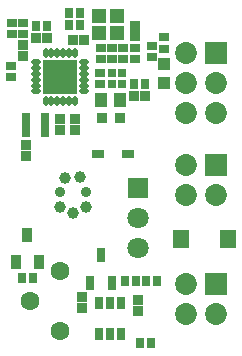
<source format=gts>
G04*
G04 #@! TF.GenerationSoftware,Altium Limited,Altium Designer,22.2.1 (43)*
G04*
G04 Layer_Color=8388736*
%FSAX24Y24*%
%MOIN*%
G70*
G04*
G04 #@! TF.SameCoordinates,0A7D3E4C-9769-4D31-AB1C-A6483D793648*
G04*
G04*
G04 #@! TF.FilePolarity,Negative*
G04*
G01*
G75*
%ADD16R,0.0551X0.0646*%
G04:AMPARAMS|DCode=22|XSize=43.3mil|YSize=23.6mil|CornerRadius=2mil|HoleSize=0mil|Usage=FLASHONLY|Rotation=90.000|XOffset=0mil|YOffset=0mil|HoleType=Round|Shape=RoundedRectangle|*
%AMROUNDEDRECTD22*
21,1,0.0433,0.0196,0,0,90.0*
21,1,0.0393,0.0236,0,0,90.0*
1,1,0.0040,0.0098,0.0196*
1,1,0.0040,0.0098,-0.0196*
1,1,0.0040,-0.0098,-0.0196*
1,1,0.0040,-0.0098,0.0196*
%
%ADD22ROUNDEDRECTD22*%
%ADD29R,0.0376X0.0359*%
%ADD34R,0.0434X0.0277*%
%ADD35R,0.0308X0.0324*%
%ADD36R,0.0324X0.0324*%
%ADD37R,0.0324X0.0308*%
%ADD38R,0.0336X0.0493*%
%ADD39R,0.0316X0.0474*%
%ADD40R,0.0316X0.0789*%
G04:AMPARAMS|DCode=41|XSize=17.8mil|YSize=33.6mil|CornerRadius=6.5mil|HoleSize=0mil|Usage=FLASHONLY|Rotation=0.000|XOffset=0mil|YOffset=0mil|HoleType=Round|Shape=RoundedRectangle|*
%AMROUNDEDRECTD41*
21,1,0.0178,0.0207,0,0,0.0*
21,1,0.0049,0.0336,0,0,0.0*
1,1,0.0129,0.0025,-0.0103*
1,1,0.0129,-0.0025,-0.0103*
1,1,0.0129,-0.0025,0.0103*
1,1,0.0129,0.0025,0.0103*
%
%ADD41ROUNDEDRECTD41*%
G04:AMPARAMS|DCode=42|XSize=17.8mil|YSize=33.6mil|CornerRadius=6.5mil|HoleSize=0mil|Usage=FLASHONLY|Rotation=270.000|XOffset=0mil|YOffset=0mil|HoleType=Round|Shape=RoundedRectangle|*
%AMROUNDEDRECTD42*
21,1,0.0178,0.0207,0,0,270.0*
21,1,0.0049,0.0336,0,0,270.0*
1,1,0.0129,-0.0103,-0.0025*
1,1,0.0129,-0.0103,0.0025*
1,1,0.0129,0.0103,0.0025*
1,1,0.0129,0.0103,-0.0025*
%
%ADD42ROUNDEDRECTD42*%
%ADD43R,0.1182X0.1182*%
%ADD44R,0.0324X0.0324*%
%ADD45R,0.0363X0.0360*%
%ADD46R,0.0434X0.0474*%
%ADD47R,0.0297X0.0297*%
%ADD48R,0.0474X0.0474*%
%ADD49R,0.0395X0.0395*%
%ADD50C,0.0631*%
%ADD51C,0.0730*%
%ADD52R,0.0730X0.0730*%
%ADD53C,0.0356*%
%ADD54C,0.0395*%
%ADD55C,0.0710*%
%ADD56R,0.0710X0.0710*%
D16*
X022250Y021161D02*
D03*
X020663D02*
D03*
D22*
X017926Y018018D02*
D03*
X018300D02*
D03*
X018674D02*
D03*
Y019042D02*
D03*
X018300D02*
D03*
X017926D02*
D03*
D29*
X018040Y025208D02*
D03*
X018651D02*
D03*
D34*
X018917Y024016D02*
D03*
X017894D02*
D03*
D35*
X019870Y019783D02*
D03*
X019500D02*
D03*
X019181D02*
D03*
X018811D02*
D03*
X015736Y019882D02*
D03*
X015366D02*
D03*
X019673Y017717D02*
D03*
X019303D02*
D03*
X019093Y026350D02*
D03*
X019463D02*
D03*
X016203Y028268D02*
D03*
X015833D02*
D03*
X016930Y028708D02*
D03*
X017300D02*
D03*
Y028318D02*
D03*
X016930D02*
D03*
D36*
X017145Y024821D02*
D03*
Y025175D02*
D03*
X019250Y018773D02*
D03*
Y019127D02*
D03*
X019150Y028277D02*
D03*
Y027923D02*
D03*
X015418Y027273D02*
D03*
Y027627D02*
D03*
X017380Y019236D02*
D03*
Y018882D02*
D03*
D37*
X014996Y026559D02*
D03*
Y026929D02*
D03*
X019720Y027619D02*
D03*
Y027249D02*
D03*
X015035Y028003D02*
D03*
Y028373D02*
D03*
X015415Y028003D02*
D03*
Y028373D02*
D03*
X020112Y027520D02*
D03*
Y027890D02*
D03*
X017975Y026343D02*
D03*
Y026713D02*
D03*
X018005Y027163D02*
D03*
Y027533D02*
D03*
X019145Y027158D02*
D03*
Y027528D02*
D03*
X018375Y027533D02*
D03*
Y027163D02*
D03*
X018755Y027533D02*
D03*
Y027163D02*
D03*
D38*
X015177Y020413D02*
D03*
X015925D02*
D03*
X015551Y021319D02*
D03*
D39*
X018006Y020626D02*
D03*
X018380Y019720D02*
D03*
X017632D02*
D03*
D40*
X016140Y024968D02*
D03*
X015510D02*
D03*
D41*
X017145Y027378D02*
D03*
X016948D02*
D03*
X016752D02*
D03*
X016555D02*
D03*
X016358D02*
D03*
X016161D02*
D03*
Y025784D02*
D03*
X016358D02*
D03*
X016555D02*
D03*
X016752D02*
D03*
X016948D02*
D03*
X017145D02*
D03*
D42*
X015856Y027073D02*
D03*
Y026876D02*
D03*
Y026679D02*
D03*
Y026482D02*
D03*
Y026286D02*
D03*
Y026089D02*
D03*
X017450D02*
D03*
Y026286D02*
D03*
Y026482D02*
D03*
Y026679D02*
D03*
Y026876D02*
D03*
Y027073D02*
D03*
D43*
X016653Y026581D02*
D03*
D44*
X019473Y025938D02*
D03*
X019118D02*
D03*
X017088Y027818D02*
D03*
X017443D02*
D03*
X016200Y027887D02*
D03*
X015846D02*
D03*
D45*
X015513Y024309D02*
D03*
Y023947D02*
D03*
X016633Y025175D02*
D03*
Y024813D02*
D03*
D46*
X018640Y025818D02*
D03*
X018010D02*
D03*
D47*
X018368Y026718D02*
D03*
X018723D02*
D03*
X018723Y026348D02*
D03*
X018368D02*
D03*
D48*
X017945Y028028D02*
D03*
X018536D02*
D03*
X017940Y028618D02*
D03*
X018531D02*
D03*
D49*
X020112Y026370D02*
D03*
Y027000D02*
D03*
D50*
X016642Y018094D02*
D03*
X015642Y019094D02*
D03*
X016642Y020094D02*
D03*
D51*
X020850Y027378D02*
D03*
X021850Y026378D02*
D03*
Y025378D02*
D03*
X020850Y026378D02*
D03*
Y025378D02*
D03*
Y023622D02*
D03*
X021850Y022622D02*
D03*
X020850D02*
D03*
Y019685D02*
D03*
X021850Y018685D02*
D03*
X020850D02*
D03*
D52*
X021850Y027378D02*
D03*
Y023622D02*
D03*
Y019685D02*
D03*
D53*
X017497Y022750D02*
D03*
X016650D02*
D03*
D54*
X017507Y022227D02*
D03*
X017074Y022050D02*
D03*
X016824Y023210D02*
D03*
X016641Y022227D02*
D03*
X017307Y023224D02*
D03*
D55*
X019240Y020860D02*
D03*
Y021860D02*
D03*
D56*
Y022860D02*
D03*
M02*

</source>
